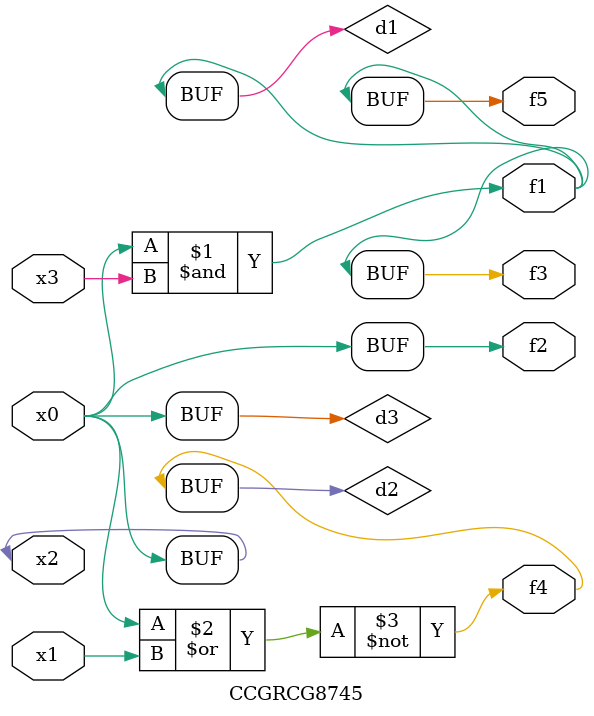
<source format=v>
module CCGRCG8745(
	input x0, x1, x2, x3,
	output f1, f2, f3, f4, f5
);

	wire d1, d2, d3;

	and (d1, x2, x3);
	nor (d2, x0, x1);
	buf (d3, x0, x2);
	assign f1 = d1;
	assign f2 = d3;
	assign f3 = d1;
	assign f4 = d2;
	assign f5 = d1;
endmodule

</source>
